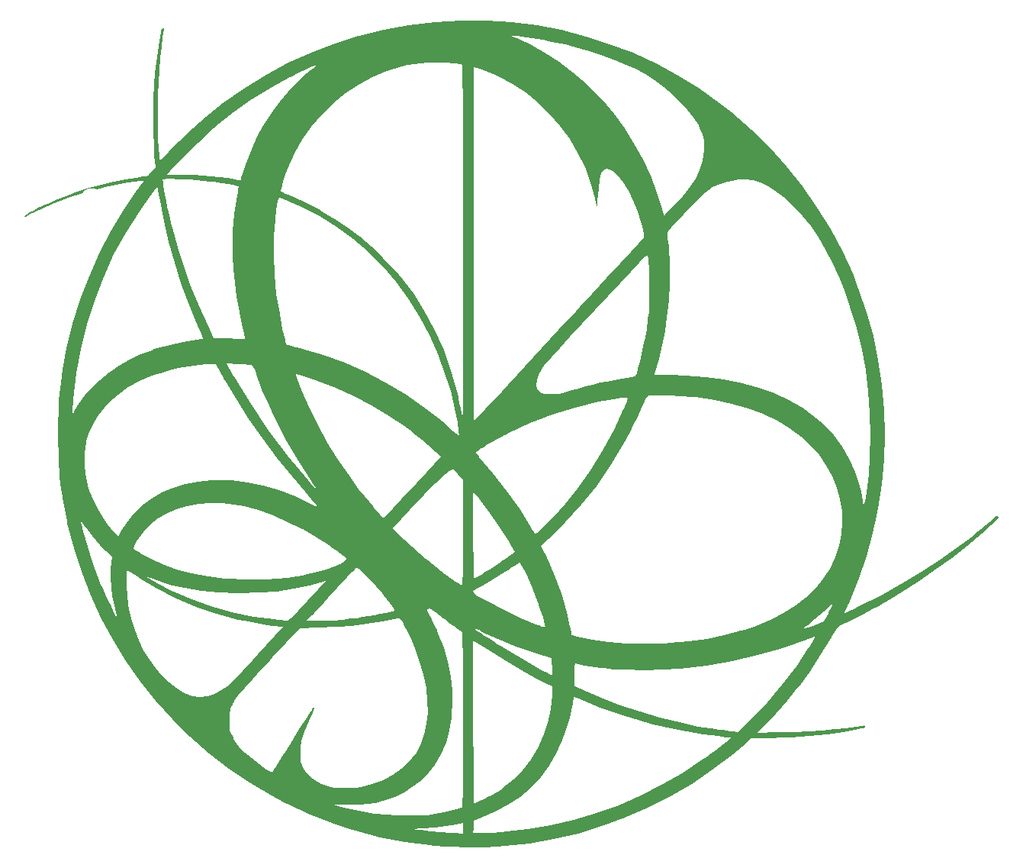
<source format=gbr>
%TF.GenerationSoftware,KiCad,Pcbnew,8.0.4*%
%TF.CreationDate,2024-11-04T11:06:48+01:00*%
%TF.ProjectId,Whiplaesh_bottom,57686970-6c61-4657-9368-5f626f74746f,0.1*%
%TF.SameCoordinates,Original*%
%TF.FileFunction,Legend,Bot*%
%TF.FilePolarity,Positive*%
%FSLAX46Y46*%
G04 Gerber Fmt 4.6, Leading zero omitted, Abs format (unit mm)*
G04 Created by KiCad (PCBNEW 8.0.4) date 2024-11-04 11:06:48*
%MOMM*%
%LPD*%
G01*
G04 APERTURE LIST*
%ADD10C,0.000000*%
%ADD11C,2.300000*%
G04 APERTURE END LIST*
D10*
%TO.C,G\u002A\u002A\u002A*%
G36*
X119179979Y-48850663D02*
G01*
X121081451Y-50958762D01*
X122847062Y-53175504D01*
X124472486Y-55495320D01*
X125953397Y-57912639D01*
X127285470Y-60421892D01*
X128464379Y-63017507D01*
X129044296Y-64480138D01*
X129934497Y-67093015D01*
X130662026Y-69755015D01*
X131227024Y-72455913D01*
X131629628Y-75185486D01*
X131869980Y-77933513D01*
X131948218Y-80689770D01*
X131944428Y-80814441D01*
X131864482Y-83444034D01*
X131618911Y-86186082D01*
X131211645Y-88905691D01*
X130876463Y-90488994D01*
X130642824Y-91592639D01*
X129912587Y-94236702D01*
X129021074Y-96827658D01*
X127968423Y-99355283D01*
X127909335Y-99485805D01*
X127899456Y-99507626D01*
X127727621Y-99893478D01*
X127593212Y-100204578D01*
X127508453Y-100412260D01*
X127485563Y-100487858D01*
X127551443Y-100461437D01*
X127754961Y-100371191D01*
X128069792Y-100228364D01*
X128469553Y-100044937D01*
X128927860Y-99832892D01*
X129267135Y-99673841D01*
X131513808Y-98549197D01*
X133785097Y-97293194D01*
X136038354Y-95931436D01*
X138230933Y-94489527D01*
X140320187Y-92993072D01*
X140362456Y-92961382D01*
X140920811Y-92536519D01*
X141497960Y-92087062D01*
X142071016Y-91631732D01*
X142617094Y-91189252D01*
X143113307Y-90778344D01*
X143536770Y-90417730D01*
X143864596Y-90126133D01*
X144073901Y-89922275D01*
X144260175Y-89752718D01*
X144430529Y-89698925D01*
X144585259Y-89788197D01*
X144597520Y-89817058D01*
X144552407Y-89926687D01*
X144401492Y-90111626D01*
X144134228Y-90383947D01*
X143740067Y-90755726D01*
X142719877Y-91670591D01*
X141107553Y-93027179D01*
X139387016Y-94380333D01*
X137595985Y-95702483D01*
X135772179Y-96966061D01*
X133953316Y-98143498D01*
X132177115Y-99207225D01*
X131776925Y-99432061D01*
X131268119Y-99710097D01*
X130699369Y-100014845D01*
X130094639Y-100333990D01*
X129477892Y-100655213D01*
X128873091Y-100966199D01*
X128304201Y-101254631D01*
X127795184Y-101508193D01*
X127370004Y-101714566D01*
X127052625Y-101861436D01*
X126867010Y-101936485D01*
X126850122Y-101943652D01*
X126712524Y-102070509D01*
X126533997Y-102313321D01*
X126343283Y-102633820D01*
X126061075Y-103144346D01*
X126013904Y-103224156D01*
X125311582Y-104412430D01*
X124469261Y-105731584D01*
X123563399Y-107056859D01*
X122623284Y-108343305D01*
X122317556Y-108743924D01*
X121725165Y-109497430D01*
X121136314Y-110211917D01*
X120517280Y-110926801D01*
X119834340Y-111681498D01*
X119053771Y-112515425D01*
X117845370Y-113790030D01*
X120055145Y-113727839D01*
X120063021Y-113727618D01*
X121874512Y-113666349D01*
X123524106Y-113588807D01*
X125026195Y-113493948D01*
X126395170Y-113380730D01*
X127645421Y-113248110D01*
X128791340Y-113095047D01*
X128903954Y-113078223D01*
X129287137Y-113021000D01*
X129532457Y-112987891D01*
X129670324Y-112979034D01*
X129731149Y-112994568D01*
X129745343Y-113034629D01*
X129743317Y-113099356D01*
X129740880Y-113159776D01*
X129721191Y-113232451D01*
X129718353Y-113232788D01*
X129606993Y-113253012D01*
X129359974Y-113299929D01*
X129010756Y-113367142D01*
X128592794Y-113448251D01*
X127356324Y-113667718D01*
X125525688Y-113926119D01*
X123586287Y-114129124D01*
X121573656Y-114273180D01*
X120298590Y-114323899D01*
X119523328Y-114354737D01*
X117135743Y-114411745D01*
X116116011Y-115294005D01*
X115082025Y-116162012D01*
X112863533Y-117858745D01*
X110550088Y-119415125D01*
X108151360Y-120827098D01*
X105677022Y-122090612D01*
X103136744Y-123201615D01*
X100540199Y-124156054D01*
X97897059Y-124949877D01*
X95216994Y-125579030D01*
X92509678Y-126039462D01*
X89784780Y-126327120D01*
X89614173Y-126339611D01*
X89109117Y-126376585D01*
X88643794Y-126410643D01*
X88263804Y-126438448D01*
X88014745Y-126456664D01*
X87674025Y-126471227D01*
X87177789Y-126476961D01*
X86568605Y-126474013D01*
X85878954Y-126463285D01*
X85141313Y-126445679D01*
X84388163Y-126422098D01*
X83651982Y-126393442D01*
X82965250Y-126360614D01*
X82360446Y-126324515D01*
X81870049Y-126286048D01*
X81492780Y-126249435D01*
X78678816Y-125881106D01*
X75928322Y-125349494D01*
X73232522Y-124652073D01*
X72552900Y-124430030D01*
X79430076Y-124430030D01*
X80226592Y-124537894D01*
X80468815Y-124568845D01*
X80974874Y-124626687D01*
X81526440Y-124683302D01*
X82040878Y-124729943D01*
X82313206Y-124751739D01*
X82914855Y-124796557D01*
X83542839Y-124839907D01*
X84098543Y-124874845D01*
X85138439Y-124935561D01*
X85138439Y-124914338D01*
X86281803Y-124914338D01*
X87192525Y-124900175D01*
X87439265Y-124895514D01*
X87848025Y-124884374D01*
X88191168Y-124870940D01*
X88413003Y-124857175D01*
X88445530Y-124854226D01*
X88682085Y-124834238D01*
X89042274Y-124805075D01*
X89483153Y-124770180D01*
X89961784Y-124732996D01*
X92338025Y-124475471D01*
X94885054Y-124038915D01*
X97429304Y-123441718D01*
X99952088Y-122690677D01*
X102434723Y-121792588D01*
X104858523Y-120754249D01*
X107204803Y-119582456D01*
X109454879Y-118284006D01*
X111590065Y-116865694D01*
X111827525Y-116694683D01*
X112244314Y-116387996D01*
X112690813Y-116053038D01*
X113145564Y-115706561D01*
X113587112Y-115365317D01*
X113993998Y-115046057D01*
X114344766Y-114765534D01*
X114617959Y-114540499D01*
X114792120Y-114387703D01*
X114845793Y-114323899D01*
X114820407Y-114317179D01*
X114652848Y-114292213D01*
X114355764Y-114255222D01*
X113960374Y-114209996D01*
X113497898Y-114160324D01*
X111844854Y-113960427D01*
X109015187Y-113487723D01*
X106204126Y-112850695D01*
X103401286Y-112046545D01*
X100596286Y-111072477D01*
X97778742Y-109925694D01*
X97453540Y-109783747D01*
X97404782Y-110025524D01*
X97368068Y-110224139D01*
X97314377Y-110536534D01*
X97256922Y-110886812D01*
X97014733Y-112074214D01*
X96613180Y-113454914D01*
X96096315Y-114816205D01*
X95483101Y-116108861D01*
X94792505Y-117283658D01*
X94724923Y-117385588D01*
X93756342Y-118682871D01*
X92674513Y-119845408D01*
X91477399Y-120874775D01*
X90162963Y-121772548D01*
X88729169Y-122540304D01*
X87173979Y-123179619D01*
X86333212Y-123478995D01*
X86307508Y-124196667D01*
X86301617Y-124361141D01*
X86281803Y-124914338D01*
X85138439Y-124914338D01*
X85138439Y-124361141D01*
X85138439Y-123786721D01*
X84364048Y-123943698D01*
X83296656Y-124130800D01*
X82041119Y-124280491D01*
X80669101Y-124373251D01*
X79430076Y-124430030D01*
X72552900Y-124430030D01*
X70582641Y-123786316D01*
X67969902Y-122749697D01*
X65850871Y-121757562D01*
X70845407Y-121757562D01*
X71597672Y-121964568D01*
X71960431Y-122060343D01*
X72746119Y-122248449D01*
X73609783Y-122434750D01*
X74487350Y-122605744D01*
X75314745Y-122747927D01*
X75382933Y-122757859D01*
X75764686Y-122797903D01*
X76278361Y-122835057D01*
X76889676Y-122868343D01*
X77564349Y-122896783D01*
X78268098Y-122919398D01*
X78966641Y-122935210D01*
X79625695Y-122943241D01*
X80210979Y-122942511D01*
X80688211Y-122932043D01*
X81023108Y-122910857D01*
X81163340Y-122895134D01*
X82048467Y-122767151D01*
X83022245Y-122584424D01*
X84021626Y-122359765D01*
X84983561Y-122105987D01*
X84986353Y-122105119D01*
X85010319Y-122089322D01*
X85031634Y-122052480D01*
X85050453Y-121984846D01*
X85066930Y-121876672D01*
X85081221Y-121718211D01*
X85093479Y-121499716D01*
X85103860Y-121211439D01*
X85112518Y-120843633D01*
X85119608Y-120386550D01*
X85125285Y-119830443D01*
X85129703Y-119165565D01*
X85133017Y-118382168D01*
X85135381Y-117470504D01*
X85136951Y-116420826D01*
X85137881Y-115223388D01*
X85138325Y-113868441D01*
X85138422Y-112571620D01*
X86288961Y-112571620D01*
X86289384Y-113527727D01*
X86291171Y-114740513D01*
X86294269Y-115893350D01*
X86298578Y-116974532D01*
X86304001Y-117972354D01*
X86310439Y-118875111D01*
X86317796Y-119671097D01*
X86325972Y-120348606D01*
X86334869Y-120895934D01*
X86344390Y-121301375D01*
X86354437Y-121553223D01*
X86364911Y-121639774D01*
X86455498Y-121613598D01*
X86683574Y-121514376D01*
X87009524Y-121356597D01*
X87402242Y-121156692D01*
X87830626Y-120931093D01*
X88263569Y-120696234D01*
X88669969Y-120468546D01*
X89018719Y-120264462D01*
X89278717Y-120100415D01*
X89566277Y-119900626D01*
X90725908Y-118965262D01*
X91757507Y-117911992D01*
X92656865Y-116748549D01*
X93419773Y-115482663D01*
X94042023Y-114122066D01*
X94519405Y-112674489D01*
X94847710Y-111147663D01*
X95022730Y-109549319D01*
X95075926Y-108654335D01*
X94156137Y-108187838D01*
X93313123Y-107750573D01*
X91466634Y-106730598D01*
X89539592Y-105585443D01*
X87550111Y-104325701D01*
X86288961Y-103503465D01*
X86288961Y-112346238D01*
X86288961Y-112571620D01*
X85138422Y-112571620D01*
X85138439Y-112346238D01*
X85138170Y-110997591D01*
X85137110Y-109562037D01*
X85135154Y-108288223D01*
X85132210Y-107167886D01*
X85128185Y-106192762D01*
X85122984Y-105354589D01*
X85116513Y-104645102D01*
X85108680Y-104056041D01*
X85099390Y-103579140D01*
X85088549Y-103206137D01*
X85076065Y-102928769D01*
X85061843Y-102738773D01*
X85045790Y-102627886D01*
X85027812Y-102587845D01*
X84982819Y-102561104D01*
X84807741Y-102440525D01*
X84525453Y-102238103D01*
X84377232Y-102129902D01*
X86288961Y-102129902D01*
X86328006Y-102167905D01*
X86494114Y-102291193D01*
X86769522Y-102483130D01*
X87131256Y-102728432D01*
X87556345Y-103011811D01*
X88021814Y-103317984D01*
X88504690Y-103631663D01*
X88982001Y-103937562D01*
X89430773Y-104220397D01*
X90557805Y-104909411D01*
X91723859Y-105595898D01*
X92858696Y-106238579D01*
X93907478Y-106805784D01*
X94058155Y-106884711D01*
X94443300Y-107084008D01*
X94760609Y-107244688D01*
X94980585Y-107351950D01*
X95073732Y-107390994D01*
X95085685Y-107379290D01*
X95090715Y-107329644D01*
X97528683Y-107329644D01*
X97528683Y-108607749D01*
X97633337Y-108654335D01*
X98524327Y-109050955D01*
X100449425Y-109866589D01*
X102624686Y-110695591D01*
X104820715Y-111439680D01*
X107008773Y-112090368D01*
X109160123Y-112639165D01*
X111246025Y-113077583D01*
X113237742Y-113397133D01*
X113397563Y-113418217D01*
X113916374Y-113484596D01*
X114406655Y-113544515D01*
X114819466Y-113592096D01*
X115105862Y-113621462D01*
X115646457Y-113669282D01*
X116835984Y-112530672D01*
X117175581Y-112201662D01*
X118908435Y-110396686D01*
X120564710Y-108459237D01*
X122117889Y-106421797D01*
X123541455Y-104316849D01*
X123684944Y-104090826D01*
X123942803Y-103681210D01*
X124110463Y-103397906D01*
X124189992Y-103224156D01*
X124183455Y-103143201D01*
X124092918Y-103138279D01*
X123920448Y-103192633D01*
X123668110Y-103289502D01*
X123289376Y-103433866D01*
X120607673Y-104358311D01*
X117835688Y-105149593D01*
X115004063Y-105800548D01*
X112143443Y-106304009D01*
X109284471Y-106652812D01*
X108659115Y-106702822D01*
X107765809Y-106751792D01*
X106789762Y-106785070D01*
X105767981Y-106802649D01*
X104737471Y-106804518D01*
X103735238Y-106790669D01*
X102798288Y-106761094D01*
X101963628Y-106715783D01*
X101268263Y-106654728D01*
X101023865Y-106626323D01*
X100456542Y-106554629D01*
X99863240Y-106473105D01*
X99277574Y-106386951D01*
X98733159Y-106301369D01*
X98263609Y-106221560D01*
X97902538Y-106152725D01*
X97683561Y-106100065D01*
X97680154Y-106099018D01*
X97620537Y-106094532D01*
X97578936Y-106140008D01*
X97552150Y-106260850D01*
X97536979Y-106482467D01*
X97530223Y-106830263D01*
X97528932Y-107248878D01*
X97528683Y-107329644D01*
X95090715Y-107329644D01*
X95098899Y-107248878D01*
X95088919Y-106967468D01*
X95055327Y-106526956D01*
X94997702Y-105919240D01*
X94952057Y-105465257D01*
X94094203Y-105222773D01*
X93844144Y-105150815D01*
X92362664Y-104677735D01*
X90804097Y-104106203D01*
X89214171Y-103453816D01*
X87638613Y-102738176D01*
X87287406Y-102571768D01*
X86889469Y-102386660D01*
X86573135Y-102243525D01*
X86364325Y-102154045D01*
X86288961Y-102129902D01*
X84377232Y-102129902D01*
X84157166Y-101969255D01*
X83724092Y-101649394D01*
X83247441Y-101293936D01*
X82948665Y-101070252D01*
X82502489Y-100736808D01*
X82116304Y-100448923D01*
X81810506Y-100221768D01*
X81605492Y-100070511D01*
X81521657Y-100010324D01*
X81442977Y-100006343D01*
X81268827Y-100052023D01*
X81181022Y-100090586D01*
X81139352Y-100147540D01*
X81146821Y-100182508D01*
X81162031Y-100253717D01*
X81257177Y-100443768D01*
X81432910Y-100752342D01*
X81570640Y-101003258D01*
X81789097Y-101430016D01*
X82020555Y-101907334D01*
X82233371Y-102371216D01*
X82391360Y-102736902D01*
X82992420Y-104335521D01*
X83452026Y-105934825D01*
X83770324Y-107522722D01*
X83947458Y-109087126D01*
X83983574Y-110615946D01*
X83919700Y-111519052D01*
X83878817Y-112097094D01*
X83633332Y-113518481D01*
X83247266Y-114868019D01*
X82720762Y-116133617D01*
X82053966Y-117303189D01*
X81700936Y-117786016D01*
X81060613Y-118501097D01*
X80312477Y-119191526D01*
X79496200Y-119824662D01*
X78651457Y-120367861D01*
X77817922Y-120788483D01*
X77029160Y-121101992D01*
X76223691Y-121361369D01*
X75418285Y-121548864D01*
X74591688Y-121669275D01*
X74569817Y-121672461D01*
X73635160Y-121740145D01*
X72571191Y-121759899D01*
X70845407Y-121757562D01*
X65850871Y-121757562D01*
X65719159Y-121695894D01*
X70639808Y-121695894D01*
X70712655Y-121728276D01*
X70759507Y-121721889D01*
X70771656Y-121669275D01*
X70758684Y-121658683D01*
X70653654Y-121669275D01*
X70639808Y-121695894D01*
X65719159Y-121695894D01*
X65385532Y-121539689D01*
X63893563Y-120752419D01*
X61475856Y-119320290D01*
X59162033Y-117750682D01*
X56956890Y-116050146D01*
X54865218Y-114225235D01*
X54184030Y-113554635D01*
X59251679Y-113554635D01*
X59627162Y-114312678D01*
X59691164Y-114439885D01*
X59858966Y-114745022D01*
X60037304Y-115011766D01*
X60256904Y-115278788D01*
X60548494Y-115584757D01*
X60942803Y-115968343D01*
X61270070Y-116266979D01*
X61677205Y-116611932D01*
X62111171Y-116958018D01*
X62548829Y-117288746D01*
X62967040Y-117587625D01*
X63342663Y-117838163D01*
X63652559Y-118023869D01*
X63873589Y-118128250D01*
X63982614Y-118134816D01*
X64040221Y-118051196D01*
X64183240Y-117831785D01*
X64401625Y-117492084D01*
X64685797Y-117047126D01*
X65026177Y-116511944D01*
X65413187Y-115901570D01*
X65837248Y-115231039D01*
X66288782Y-114515384D01*
X66729390Y-113816609D01*
X67151310Y-113148201D01*
X67535179Y-112540808D01*
X67871623Y-112009227D01*
X68151268Y-111568256D01*
X68364740Y-111232690D01*
X68502667Y-111017327D01*
X68555673Y-110936963D01*
X68578250Y-110928830D01*
X68677363Y-110984413D01*
X68676099Y-111093839D01*
X68588543Y-111349130D01*
X68416159Y-111741033D01*
X68162075Y-112261788D01*
X67950514Y-112692484D01*
X67623999Y-113431760D01*
X67389973Y-114096454D01*
X67236985Y-114728679D01*
X67153589Y-115370545D01*
X67128334Y-116064164D01*
X67128390Y-116139141D01*
X67133565Y-116575852D01*
X67152583Y-116891235D01*
X67193094Y-117133951D01*
X67262752Y-117352665D01*
X67369207Y-117596038D01*
X67620804Y-118030343D01*
X68102627Y-118587838D01*
X68713874Y-119070841D01*
X69429858Y-119460833D01*
X70225895Y-119739293D01*
X70434223Y-119784910D01*
X70931448Y-119854712D01*
X71513396Y-119900728D01*
X72120426Y-119920317D01*
X72692895Y-119910839D01*
X73171161Y-119869655D01*
X73794471Y-119765624D01*
X75060703Y-119447658D01*
X76242389Y-119003465D01*
X77325630Y-118440852D01*
X78296530Y-117767625D01*
X79141189Y-116991592D01*
X79845708Y-116120558D01*
X79961671Y-115945980D01*
X80474439Y-114987393D01*
X80854862Y-113923337D01*
X81102966Y-112763870D01*
X81218777Y-111519052D01*
X81202323Y-110198943D01*
X81053630Y-108813602D01*
X80772725Y-107373088D01*
X80359636Y-105887462D01*
X79814387Y-104366782D01*
X79770245Y-104257933D01*
X79586870Y-103832551D01*
X79367378Y-103353975D01*
X79127246Y-102852890D01*
X78881950Y-102359981D01*
X78646966Y-101905933D01*
X78437770Y-101521432D01*
X78269836Y-101237163D01*
X78158642Y-101083810D01*
X78090765Y-101066161D01*
X77860941Y-101078714D01*
X77493042Y-101134412D01*
X77006333Y-101230796D01*
X76194352Y-101396875D01*
X74499628Y-101687682D01*
X72778595Y-101904756D01*
X71187420Y-102036638D01*
X70984231Y-102053479D01*
X69069515Y-102139233D01*
X67009961Y-102197239D01*
X64015838Y-105423402D01*
X63751709Y-105708001D01*
X62988029Y-106531117D01*
X62332658Y-107238483D01*
X61776409Y-107840756D01*
X61310093Y-108348591D01*
X60924523Y-108772643D01*
X60610511Y-109123569D01*
X60358868Y-109412023D01*
X60160406Y-109648660D01*
X60005938Y-109844137D01*
X59886275Y-110009109D01*
X59792229Y-110154232D01*
X59714611Y-110290160D01*
X59644235Y-110427550D01*
X59571912Y-110577056D01*
X59544768Y-110633678D01*
X59423022Y-110896404D01*
X59340984Y-111111829D01*
X59290785Y-111324813D01*
X59264556Y-111580216D01*
X59254426Y-111922901D01*
X59252527Y-112397727D01*
X59251679Y-113554635D01*
X54184030Y-113554635D01*
X52891812Y-112282502D01*
X51041464Y-110228498D01*
X49318967Y-108069778D01*
X47729115Y-105812892D01*
X46276701Y-103464394D01*
X44966518Y-101030836D01*
X43803359Y-98518770D01*
X42792018Y-95934749D01*
X41937287Y-93285326D01*
X41243960Y-90577053D01*
X41183367Y-90259728D01*
X42746104Y-90259728D01*
X42746298Y-90262810D01*
X42770348Y-90381717D01*
X42828835Y-90634040D01*
X42913502Y-90984916D01*
X43016089Y-91399480D01*
X43240476Y-92257656D01*
X44021456Y-94805057D01*
X44974359Y-97348985D01*
X45018678Y-97455599D01*
X45165016Y-97792543D01*
X45346941Y-98196188D01*
X45553475Y-98643794D01*
X45773642Y-99112618D01*
X45996465Y-99579921D01*
X46210967Y-100022961D01*
X46406171Y-100418998D01*
X46571100Y-100745289D01*
X46694777Y-100979096D01*
X46766226Y-101097675D01*
X46774469Y-101078288D01*
X46679151Y-100726589D01*
X46433172Y-99667254D01*
X46241769Y-98598577D01*
X46108687Y-97554647D01*
X46048524Y-96720072D01*
X47801657Y-96720072D01*
X47807924Y-97205726D01*
X47827713Y-97742862D01*
X47859340Y-98293524D01*
X47901119Y-98819754D01*
X47951367Y-99283595D01*
X48008399Y-99647091D01*
X48173823Y-100416495D01*
X48351727Y-101078288D01*
X48577807Y-101919292D01*
X49058188Y-103270211D01*
X49613429Y-104464640D01*
X49717114Y-104656145D01*
X50331815Y-105667047D01*
X51014835Y-106604494D01*
X51749126Y-107451778D01*
X52517641Y-108192187D01*
X53303331Y-108809012D01*
X54089146Y-109285544D01*
X54858040Y-109605072D01*
X55189460Y-109690206D01*
X55964665Y-109764473D01*
X56764181Y-109683818D01*
X57560192Y-109455071D01*
X58324880Y-109085062D01*
X59030425Y-108580623D01*
X59158947Y-108461097D01*
X59409157Y-108212417D01*
X59752485Y-107861423D01*
X60174469Y-107423231D01*
X60660649Y-106912956D01*
X61196564Y-106345713D01*
X61767753Y-105736615D01*
X62359755Y-105100778D01*
X65202326Y-102036638D01*
X63997037Y-101890177D01*
X62577489Y-101690705D01*
X60940278Y-101372875D01*
X67753387Y-101372875D01*
X69210896Y-101359615D01*
X69530207Y-101356053D01*
X70018107Y-101348037D01*
X70439172Y-101338044D01*
X70756680Y-101327006D01*
X70933909Y-101315857D01*
X71066276Y-101301459D01*
X71361990Y-101270796D01*
X71747404Y-101231791D01*
X72172933Y-101189500D01*
X72194912Y-101187320D01*
X72737240Y-101125635D01*
X73349853Y-101043348D01*
X74005448Y-100945365D01*
X74676723Y-100836589D01*
X75336378Y-100721924D01*
X75957109Y-100606272D01*
X76511615Y-100494538D01*
X76972595Y-100391624D01*
X77312745Y-100302436D01*
X77504766Y-100231875D01*
X77517241Y-100182508D01*
X77445331Y-100011865D01*
X77277748Y-99741456D01*
X77028923Y-99389600D01*
X76713288Y-98974612D01*
X76345277Y-98514810D01*
X75970856Y-98066284D01*
X86292925Y-98066284D01*
X86317295Y-98209469D01*
X86478258Y-98379709D01*
X86783588Y-98593282D01*
X87241055Y-98866465D01*
X87768171Y-99164982D01*
X89687064Y-100174944D01*
X91606907Y-101068261D01*
X93485765Y-101825064D01*
X93594146Y-101864796D01*
X93905885Y-101975048D01*
X94140317Y-102051979D01*
X94253336Y-102080889D01*
X94272160Y-102014583D01*
X94236073Y-101795529D01*
X94143923Y-101436127D01*
X93999406Y-100949503D01*
X93806217Y-100348783D01*
X93568052Y-99647091D01*
X93518485Y-99505513D01*
X93285071Y-98867524D01*
X93031965Y-98215499D01*
X92768290Y-97569400D01*
X92503173Y-96949190D01*
X92245740Y-96374831D01*
X92005115Y-95866285D01*
X91790425Y-95443515D01*
X91610793Y-95126485D01*
X91475347Y-94935155D01*
X91393212Y-94889489D01*
X91351568Y-94916771D01*
X91176365Y-95032557D01*
X90897123Y-95217616D01*
X90541909Y-95453341D01*
X90138787Y-95721127D01*
X89839786Y-95917600D01*
X89157456Y-96351667D01*
X88464492Y-96775184D01*
X87799649Y-97165193D01*
X87201682Y-97498734D01*
X86709345Y-97752847D01*
X86622880Y-97795969D01*
X86397377Y-97933877D01*
X86292925Y-98066284D01*
X75970856Y-98066284D01*
X75939322Y-98028509D01*
X75509855Y-97534026D01*
X75071310Y-97049678D01*
X74638118Y-96593781D01*
X74546306Y-96500058D01*
X74174352Y-96124982D01*
X73849641Y-95804766D01*
X73591070Y-95557559D01*
X73417535Y-95401507D01*
X73347932Y-95354757D01*
X73279377Y-95431846D01*
X73102573Y-95625685D01*
X72834997Y-95917038D01*
X72492311Y-96288994D01*
X72090180Y-96724642D01*
X71883924Y-96947788D01*
X71644264Y-97207073D01*
X71170228Y-97719376D01*
X70683733Y-98244641D01*
X70200442Y-98765959D01*
X69736019Y-99266418D01*
X69306125Y-99729109D01*
X68926424Y-100137122D01*
X68612578Y-100473547D01*
X68380250Y-100721473D01*
X68245103Y-100863990D01*
X67753387Y-101372875D01*
X60940278Y-101372875D01*
X60145791Y-101218642D01*
X57787580Y-100592064D01*
X55508771Y-99813092D01*
X53315281Y-98883851D01*
X51213026Y-97806462D01*
X49207921Y-96583049D01*
X49131796Y-96532584D01*
X50123445Y-96532584D01*
X50154881Y-96574649D01*
X50317518Y-96686966D01*
X50593686Y-96853140D01*
X50958364Y-97059592D01*
X51386526Y-97292737D01*
X51853151Y-97538996D01*
X52333214Y-97784786D01*
X52801692Y-98016526D01*
X53233561Y-98220633D01*
X54858936Y-98914578D01*
X57145029Y-99729178D01*
X59486702Y-100384099D01*
X61862765Y-100873626D01*
X64252028Y-101192044D01*
X64613434Y-101227426D01*
X65020957Y-101268384D01*
X65349681Y-101302584D01*
X65550898Y-101325037D01*
X65596406Y-101328953D01*
X65677986Y-101321726D01*
X65770915Y-101285399D01*
X65888750Y-101207320D01*
X66045046Y-101074842D01*
X66253362Y-100875313D01*
X66527253Y-100596085D01*
X66880277Y-100224508D01*
X67325990Y-99747932D01*
X67877949Y-99153708D01*
X68256891Y-98744410D01*
X68705943Y-98257343D01*
X69101944Y-97825520D01*
X69431377Y-97463796D01*
X69680724Y-97187029D01*
X69836468Y-97010074D01*
X69885091Y-96947788D01*
X69791158Y-96970828D01*
X69574599Y-97033284D01*
X69283824Y-97121337D01*
X68170552Y-97431917D01*
X66397313Y-97808515D01*
X64502510Y-98079350D01*
X62499640Y-98242636D01*
X60402202Y-98296587D01*
X60098459Y-98295297D01*
X58021775Y-98222635D01*
X56074928Y-98037836D01*
X54250763Y-97739767D01*
X52542128Y-97327298D01*
X50941868Y-96799295D01*
X50739282Y-96724049D01*
X50431855Y-96616235D01*
X50214033Y-96548326D01*
X50123445Y-96532584D01*
X49131796Y-96532584D01*
X47923456Y-95731551D01*
X47846907Y-96007788D01*
X47836424Y-96055039D01*
X47810596Y-96323858D01*
X47801657Y-96720072D01*
X46048524Y-96720072D01*
X46037673Y-96569555D01*
X46032473Y-95677392D01*
X46096835Y-94912248D01*
X46193371Y-94248485D01*
X45492999Y-93604275D01*
X45181360Y-93296507D01*
X48587219Y-93296507D01*
X48645823Y-93381204D01*
X48841014Y-93537593D01*
X49149798Y-93743293D01*
X49547999Y-93983156D01*
X50011437Y-94242037D01*
X50515935Y-94504788D01*
X51790397Y-95077331D01*
X53356170Y-95627215D01*
X55047926Y-96073013D01*
X56854548Y-96411844D01*
X58764920Y-96640830D01*
X59375997Y-96687629D01*
X60624272Y-96745119D01*
X61923222Y-96760175D01*
X63228064Y-96734034D01*
X64494011Y-96667934D01*
X65676277Y-96563112D01*
X66730076Y-96420804D01*
X67248407Y-96325612D01*
X67915082Y-96182268D01*
X68619016Y-96012746D01*
X69324990Y-95826773D01*
X69997786Y-95634077D01*
X70602185Y-95444388D01*
X71102969Y-95267432D01*
X71464920Y-95112939D01*
X71524254Y-95081239D01*
X71756514Y-94927460D01*
X71980932Y-94743699D01*
X72150244Y-94571467D01*
X72217184Y-94452271D01*
X72207256Y-94430508D01*
X72088553Y-94311503D01*
X71854122Y-94117837D01*
X71527237Y-93866286D01*
X71131177Y-93573632D01*
X70689216Y-93256654D01*
X70224631Y-92932131D01*
X69760699Y-92616842D01*
X69320695Y-92327567D01*
X68927896Y-92081085D01*
X67384397Y-91201241D01*
X67090528Y-91055255D01*
X77348272Y-91055255D01*
X77858164Y-91577663D01*
X77924664Y-91645481D01*
X78633284Y-92338121D01*
X79452004Y-93092970D01*
X80345483Y-93880060D01*
X81021739Y-94452271D01*
X81278380Y-94669427D01*
X82215353Y-95431104D01*
X83121061Y-96135126D01*
X83960163Y-96751528D01*
X83981667Y-96766736D01*
X84336029Y-97009450D01*
X84645656Y-97207656D01*
X84877887Y-97341293D01*
X85000059Y-97390297D01*
X85016135Y-97386276D01*
X85041488Y-97354416D01*
X85063090Y-97280451D01*
X85081225Y-97152117D01*
X85096174Y-96957151D01*
X85108221Y-96683289D01*
X85117646Y-96318268D01*
X85124732Y-95849824D01*
X85129761Y-95265695D01*
X85133016Y-94553617D01*
X85134778Y-93701327D01*
X85135330Y-92696561D01*
X85134954Y-91527056D01*
X85132274Y-87019367D01*
X86288961Y-87019367D01*
X86288961Y-91850825D01*
X86289370Y-92386875D01*
X86290254Y-92696561D01*
X86291870Y-93262602D01*
X86296452Y-94073532D01*
X86302896Y-94803637D01*
X86310982Y-95436887D01*
X86320489Y-95957253D01*
X86331198Y-96348704D01*
X86342887Y-96595211D01*
X86355338Y-96680746D01*
X86376957Y-96676160D01*
X86537047Y-96600750D01*
X86812401Y-96444540D01*
X87179443Y-96222745D01*
X87614597Y-95950581D01*
X88094287Y-95643264D01*
X88594936Y-95316009D01*
X89092969Y-94984033D01*
X89564809Y-94662552D01*
X89986880Y-94366780D01*
X90335605Y-94111934D01*
X90886431Y-93696705D01*
X90477628Y-93009460D01*
X93816628Y-93009460D01*
X94148930Y-93696705D01*
X94263445Y-93933537D01*
X94723339Y-94922482D01*
X95480901Y-96746484D01*
X96129422Y-98579073D01*
X96656584Y-100384031D01*
X97025080Y-102014583D01*
X97050065Y-102125140D01*
X97085355Y-102308786D01*
X97148946Y-102628612D01*
X97196847Y-102854713D01*
X97220721Y-102946943D01*
X97221163Y-102947376D01*
X97316107Y-102975654D01*
X97548888Y-103031730D01*
X97885387Y-103107681D01*
X98291484Y-103195585D01*
X99465663Y-103419316D01*
X101318264Y-103680454D01*
X103237045Y-103846901D01*
X103870468Y-103882615D01*
X104443198Y-103907493D01*
X104971960Y-103919839D01*
X105500856Y-103919614D01*
X106073990Y-103906781D01*
X106735463Y-103881300D01*
X107529379Y-103843132D01*
X108091461Y-103810893D01*
X110198421Y-103622853D01*
X112217463Y-103335105D01*
X114140449Y-102950596D01*
X115959239Y-102472272D01*
X116435235Y-102313503D01*
X122757804Y-102313503D01*
X122772479Y-102334390D01*
X122928683Y-102283794D01*
X122938235Y-102280298D01*
X123089626Y-102224968D01*
X123366035Y-102124006D01*
X123731504Y-101990546D01*
X124150070Y-101837721D01*
X125238704Y-101440273D01*
X125683240Y-100554432D01*
X125737455Y-100446306D01*
X125968455Y-99979511D01*
X126114885Y-99661690D01*
X126173763Y-99485805D01*
X126142104Y-99444813D01*
X126016927Y-99531675D01*
X125795248Y-99739351D01*
X125474084Y-100060799D01*
X125168544Y-100357273D01*
X124695569Y-100785658D01*
X124206672Y-101200895D01*
X123769449Y-101544164D01*
X123750896Y-101557892D01*
X123406615Y-101813570D01*
X123113031Y-102033257D01*
X122900744Y-102193951D01*
X122800355Y-102272649D01*
X122757804Y-102313503D01*
X116435235Y-102313503D01*
X117665696Y-101903081D01*
X119251682Y-101245968D01*
X120709058Y-100503880D01*
X122029685Y-99679763D01*
X123205426Y-98776565D01*
X124228142Y-97797232D01*
X124237259Y-97787399D01*
X125131979Y-96698429D01*
X125868920Y-95542312D01*
X126448497Y-94331179D01*
X126871128Y-93077161D01*
X127137229Y-91792389D01*
X127247217Y-90488994D01*
X127201507Y-89179106D01*
X127000518Y-87874857D01*
X126644665Y-86588376D01*
X126134365Y-85331796D01*
X125470034Y-84117246D01*
X124652089Y-82956858D01*
X123680947Y-81862763D01*
X122692364Y-80952164D01*
X121411399Y-79985445D01*
X120003018Y-79132956D01*
X118465252Y-78393874D01*
X116796131Y-77767376D01*
X114993686Y-77252639D01*
X113055948Y-76848840D01*
X110980947Y-76555156D01*
X110858958Y-76542072D01*
X110319718Y-76493094D01*
X109704886Y-76448493D01*
X109045969Y-76409482D01*
X108374468Y-76377272D01*
X107721889Y-76353078D01*
X107119737Y-76338112D01*
X106599514Y-76333588D01*
X106192726Y-76340717D01*
X105930876Y-76360714D01*
X105762685Y-76388997D01*
X105619833Y-76440077D01*
X105515058Y-76544010D01*
X105441056Y-76685755D01*
X105413793Y-76737975D01*
X105281468Y-77059149D01*
X105087251Y-77520295D01*
X104790236Y-78178453D01*
X104442315Y-78912961D01*
X104064117Y-79681993D01*
X103676271Y-80443722D01*
X103299404Y-81156322D01*
X102954147Y-81777968D01*
X102934329Y-81812476D01*
X101487451Y-84168391D01*
X99928879Y-86398047D01*
X98263590Y-88495174D01*
X96496559Y-90453501D01*
X94632760Y-92266758D01*
X93816628Y-93009460D01*
X90477628Y-93009460D01*
X90287195Y-92689320D01*
X90201466Y-92546095D01*
X89567377Y-91530832D01*
X88860726Y-90465001D01*
X88118235Y-89401402D01*
X87376628Y-88392839D01*
X86672627Y-87492114D01*
X86288961Y-87019367D01*
X85132274Y-87019367D01*
X85131468Y-85663816D01*
X84578124Y-85057324D01*
X84024780Y-84450832D01*
X83408961Y-84954423D01*
X83204059Y-85123681D01*
X82638514Y-85609604D01*
X82061284Y-86135098D01*
X81452340Y-86719690D01*
X80791652Y-87382903D01*
X80059189Y-88144264D01*
X79234922Y-89023298D01*
X77348272Y-91055255D01*
X67090528Y-91055255D01*
X65719935Y-90374381D01*
X64056886Y-89670028D01*
X62422253Y-89099561D01*
X60843038Y-88674356D01*
X59771187Y-88471286D01*
X58394821Y-88324522D01*
X57048117Y-88306199D01*
X55745692Y-88412663D01*
X54502163Y-88640254D01*
X53332148Y-88985318D01*
X52250265Y-89444196D01*
X51271132Y-90013231D01*
X50409365Y-90688768D01*
X49679583Y-91467149D01*
X49652703Y-91501269D01*
X49419472Y-91819242D01*
X49178954Y-92179190D01*
X48953310Y-92544001D01*
X48764700Y-92876565D01*
X48635283Y-93139771D01*
X48587219Y-93296507D01*
X45181360Y-93296507D01*
X44833262Y-92952733D01*
X43961190Y-91947647D01*
X43200430Y-90896189D01*
X43082081Y-90716666D01*
X42909207Y-90463477D01*
X42790325Y-90301512D01*
X42746104Y-90259728D01*
X41183367Y-90259728D01*
X40716830Y-87816482D01*
X40677746Y-87568683D01*
X40559725Y-86787408D01*
X40463642Y-86080469D01*
X40387373Y-85416457D01*
X40328792Y-84763964D01*
X40285773Y-84091581D01*
X40263056Y-83535842D01*
X43141799Y-83535842D01*
X43157778Y-84257713D01*
X43210618Y-84930849D01*
X43300888Y-85503775D01*
X43610346Y-86664375D01*
X44075068Y-87914114D01*
X44651112Y-89091946D01*
X45319034Y-90153072D01*
X45412506Y-90281556D01*
X45729345Y-90696895D01*
X46064006Y-91112210D01*
X46357975Y-91454219D01*
X46872493Y-92023019D01*
X47240206Y-91353027D01*
X47796396Y-90462866D01*
X48599446Y-89472285D01*
X49532300Y-88585473D01*
X50583864Y-87807836D01*
X51743045Y-87144780D01*
X52998749Y-86601709D01*
X54339882Y-86184031D01*
X55755351Y-85897149D01*
X57234061Y-85746471D01*
X58764920Y-85737401D01*
X59514237Y-85784226D01*
X61215984Y-86003162D01*
X62959422Y-86376340D01*
X64724585Y-86898221D01*
X66491505Y-87563265D01*
X68240214Y-88365933D01*
X69150528Y-88822750D01*
X68891696Y-88512201D01*
X68805427Y-88410658D01*
X68595250Y-88168035D01*
X68310961Y-87843069D01*
X67978700Y-87465604D01*
X67624607Y-87065486D01*
X66150880Y-85349610D01*
X64488438Y-83279262D01*
X62889633Y-81143949D01*
X61379025Y-78977808D01*
X59981175Y-76814979D01*
X58720645Y-74689600D01*
X58688382Y-74632491D01*
X58446164Y-74203798D01*
X58217891Y-73799878D01*
X58027932Y-73463846D01*
X57900656Y-73238817D01*
X57680635Y-72850055D01*
X56740373Y-72907989D01*
X55822361Y-72988971D01*
X54708957Y-73138900D01*
X53596269Y-73337774D01*
X52569798Y-73571982D01*
X52109881Y-73696416D01*
X50611993Y-74185708D01*
X49252526Y-74770437D01*
X48019274Y-75457156D01*
X46900029Y-76252422D01*
X45882584Y-77162787D01*
X45382676Y-77689128D01*
X44688170Y-78549605D01*
X44131959Y-79437393D01*
X43691888Y-80389880D01*
X43345808Y-81444457D01*
X43309326Y-81592576D01*
X43218142Y-82151798D01*
X43162110Y-82816711D01*
X43141799Y-83535842D01*
X40263056Y-83535842D01*
X40256191Y-83367898D01*
X40237922Y-82561507D01*
X40228839Y-81640999D01*
X40226817Y-80574966D01*
X40227342Y-80203708D01*
X40232634Y-79200117D01*
X40245040Y-78339639D01*
X41786033Y-78339639D01*
X41788331Y-78453911D01*
X41789388Y-78456485D01*
X41842023Y-78423176D01*
X41944337Y-78262793D01*
X42075227Y-78008126D01*
X42477736Y-77278721D01*
X43116922Y-76386417D01*
X43900216Y-75508506D01*
X44809699Y-74658993D01*
X45827451Y-73851884D01*
X46935553Y-73101184D01*
X47375573Y-72847621D01*
X58935294Y-72847621D01*
X59616454Y-74034115D01*
X59813297Y-74374797D01*
X61623582Y-77323953D01*
X63592114Y-80220233D01*
X65704373Y-83043175D01*
X67945841Y-85772321D01*
X68221374Y-86091018D01*
X68525283Y-86438379D01*
X68775435Y-86719654D01*
X68951461Y-86911981D01*
X69032992Y-86992498D01*
X69029613Y-86972344D01*
X68949062Y-86836187D01*
X68791715Y-86593531D01*
X68572487Y-86267209D01*
X68306294Y-85880053D01*
X67681895Y-84949082D01*
X66933068Y-83755462D01*
X66183712Y-82483763D01*
X65447639Y-81161082D01*
X64738662Y-79814517D01*
X64070590Y-78471164D01*
X63457238Y-77158121D01*
X62912416Y-75902487D01*
X62449936Y-74731357D01*
X62180172Y-73951115D01*
X66567347Y-73951115D01*
X66726504Y-74408859D01*
X67291510Y-75908778D01*
X68108505Y-77780945D01*
X69053758Y-79682826D01*
X70111013Y-81586847D01*
X71264018Y-83465436D01*
X72496517Y-85291019D01*
X73759939Y-86992498D01*
X73792258Y-87036023D01*
X75134984Y-88672875D01*
X75265837Y-88822750D01*
X75328900Y-88894980D01*
X75642112Y-89248436D01*
X75932489Y-89571042D01*
X76347323Y-90026700D01*
X79348978Y-86795755D01*
X79435819Y-86702264D01*
X80028022Y-86063812D01*
X80585991Y-85460752D01*
X81097382Y-84906528D01*
X81549847Y-84414587D01*
X81931042Y-83998374D01*
X82228619Y-83671333D01*
X82430232Y-83446911D01*
X82523537Y-83338552D01*
X82696440Y-83112294D01*
X82258032Y-82718451D01*
X82141346Y-82615065D01*
X86605597Y-82615065D01*
X86622050Y-82721082D01*
X86746351Y-82922025D01*
X86899097Y-83112294D01*
X86960897Y-83189276D01*
X88471715Y-84982871D01*
X90011322Y-86966108D01*
X91389851Y-88923582D01*
X92613195Y-90863293D01*
X92802317Y-91173306D01*
X92988640Y-91460029D01*
X93128626Y-91654538D01*
X93201384Y-91726185D01*
X93215838Y-91721455D01*
X93339241Y-91627912D01*
X93558529Y-91429452D01*
X93854474Y-91145641D01*
X94207848Y-90796047D01*
X94599424Y-90400236D01*
X95009973Y-89977775D01*
X95420269Y-89548231D01*
X95811084Y-89131171D01*
X96163190Y-88746161D01*
X96457360Y-88412769D01*
X97855301Y-86685831D01*
X99330257Y-84619533D01*
X100682505Y-82452029D01*
X101895560Y-80209946D01*
X102952938Y-77919913D01*
X102976614Y-77863887D01*
X103177593Y-77386375D01*
X103315352Y-77046424D01*
X103394606Y-76820671D01*
X103420071Y-76685755D01*
X103396462Y-76618313D01*
X103328494Y-76594984D01*
X103220883Y-76592405D01*
X103217490Y-76592420D01*
X103030526Y-76607179D01*
X102713888Y-76645707D01*
X102310996Y-76702279D01*
X101865268Y-76771169D01*
X100188740Y-77077906D01*
X97607705Y-77694638D01*
X95086220Y-78476051D01*
X92630766Y-79420051D01*
X90247825Y-80524542D01*
X89969957Y-80666970D01*
X89562121Y-80882662D01*
X89465696Y-80933658D01*
X88932390Y-81224093D01*
X88396544Y-81523066D01*
X87884664Y-81815369D01*
X87423253Y-82085793D01*
X87038818Y-82319131D01*
X86757862Y-82500173D01*
X86606890Y-82613711D01*
X86605597Y-82615065D01*
X82141346Y-82615065D01*
X81949028Y-82444668D01*
X81292064Y-81881535D01*
X80586721Y-81297567D01*
X79877152Y-80728474D01*
X79207513Y-80209966D01*
X78621956Y-79777755D01*
X76942788Y-78647992D01*
X75027907Y-77504365D01*
X73045395Y-76459834D01*
X71028528Y-75530737D01*
X69010585Y-74733411D01*
X67024844Y-74084195D01*
X66567347Y-73951115D01*
X62180172Y-73951115D01*
X62083611Y-73671830D01*
X62012628Y-73465935D01*
X61907696Y-73215028D01*
X61822963Y-73070639D01*
X61815451Y-73063754D01*
X61674281Y-73011817D01*
X61385400Y-72968263D01*
X60939068Y-72931995D01*
X60325547Y-72901915D01*
X58935294Y-72847621D01*
X47375573Y-72847621D01*
X48116085Y-72420899D01*
X49351127Y-71825035D01*
X50622759Y-71327597D01*
X50889756Y-71238403D01*
X51546666Y-71038490D01*
X52265926Y-70841617D01*
X53014550Y-70655063D01*
X53759546Y-70486105D01*
X54467928Y-70342020D01*
X55106705Y-70230086D01*
X55642889Y-70157579D01*
X56043491Y-70131777D01*
X56210447Y-70110904D01*
X56286871Y-70055635D01*
X56273627Y-70006751D01*
X56200603Y-69820411D01*
X56078055Y-69536178D01*
X55922328Y-69192743D01*
X55491884Y-68233188D01*
X54639659Y-66142048D01*
X53847494Y-63937313D01*
X53127379Y-61658262D01*
X52491304Y-59344172D01*
X51951259Y-57034323D01*
X51519233Y-54767993D01*
X51459436Y-54418659D01*
X51379484Y-53974906D01*
X51309982Y-53615566D01*
X51256828Y-53370753D01*
X51225921Y-53270578D01*
X51194199Y-53287217D01*
X51071304Y-53416759D01*
X50875504Y-53652628D01*
X50625460Y-53972043D01*
X50339833Y-54352224D01*
X49216635Y-55946473D01*
X47736845Y-58304161D01*
X46416051Y-60738161D01*
X45255532Y-63245074D01*
X44256569Y-65821503D01*
X43420440Y-68464051D01*
X42748426Y-71169320D01*
X42241806Y-73933914D01*
X41901860Y-76754434D01*
X41860190Y-77237559D01*
X41823953Y-77701668D01*
X41798571Y-78078960D01*
X41786033Y-78339639D01*
X40245040Y-78339639D01*
X40245148Y-78332131D01*
X40266998Y-77568766D01*
X40300293Y-76879039D01*
X40347145Y-76231968D01*
X40409667Y-75596569D01*
X40489969Y-74941859D01*
X40590164Y-74236856D01*
X40712362Y-73450575D01*
X41153978Y-71092404D01*
X41820835Y-68387940D01*
X42648793Y-65728136D01*
X43632548Y-63125697D01*
X44766801Y-60593328D01*
X46046247Y-58143734D01*
X47465586Y-55789622D01*
X49019516Y-53543695D01*
X49047206Y-53506307D01*
X49342152Y-53108547D01*
X49541352Y-52832745D01*
X49651255Y-52658334D01*
X49678305Y-52564742D01*
X49628950Y-52531401D01*
X49509635Y-52537740D01*
X49326809Y-52563190D01*
X48013454Y-52757179D01*
X45752271Y-53188463D01*
X43578782Y-53729018D01*
X41509115Y-54374116D01*
X39559397Y-55119029D01*
X37745756Y-55959026D01*
X37571901Y-56047499D01*
X37178897Y-56247200D01*
X36854188Y-56411787D01*
X36627574Y-56526169D01*
X36528857Y-56575255D01*
X36498314Y-56574988D01*
X36462481Y-56479098D01*
X36513226Y-56402190D01*
X36709770Y-56255718D01*
X37035565Y-56062335D01*
X37470625Y-55831361D01*
X37994966Y-55572116D01*
X38588602Y-55293919D01*
X39231547Y-55006092D01*
X39903818Y-54717953D01*
X40585427Y-54438823D01*
X41256391Y-54178022D01*
X41896724Y-53944870D01*
X42341424Y-53792693D01*
X43667736Y-53374303D01*
X45023757Y-52995137D01*
X46363326Y-52666788D01*
X47640285Y-52400850D01*
X47723602Y-52387161D01*
X51817533Y-52387161D01*
X51843630Y-52696917D01*
X51849846Y-52760024D01*
X51896982Y-53097463D01*
X51976404Y-53565288D01*
X52081459Y-54130364D01*
X52205499Y-54759555D01*
X52341870Y-55419726D01*
X52483923Y-56077740D01*
X52625007Y-56700462D01*
X52758470Y-57254757D01*
X52872810Y-57704939D01*
X53485996Y-59919113D01*
X54174487Y-62083832D01*
X54952990Y-64240331D01*
X55836217Y-66429844D01*
X56838874Y-68693607D01*
X57461198Y-70043258D01*
X58808721Y-70043258D01*
X58999517Y-70043814D01*
X59504052Y-70050315D01*
X59697753Y-70055635D01*
X59964747Y-70062968D01*
X60337218Y-70080326D01*
X60577080Y-70100940D01*
X60717775Y-70119098D01*
X60898125Y-70128102D01*
X60962470Y-70089057D01*
X60950093Y-69990313D01*
X60823760Y-69510899D01*
X60658671Y-68801469D01*
X60488266Y-67991493D01*
X60320465Y-67122299D01*
X60163188Y-66235214D01*
X60024354Y-65371566D01*
X59911883Y-64572682D01*
X59687105Y-62382021D01*
X59612012Y-60750925D01*
X64113101Y-60750925D01*
X64212475Y-62874550D01*
X64438855Y-65076344D01*
X64791858Y-67343955D01*
X64800270Y-67390099D01*
X64896323Y-67888972D01*
X65006982Y-68423024D01*
X65125204Y-68962433D01*
X65243949Y-69477378D01*
X65356175Y-69938037D01*
X65395746Y-70089057D01*
X65454841Y-70314589D01*
X65532907Y-70577212D01*
X65583330Y-70696084D01*
X65659722Y-70731475D01*
X65885504Y-70805446D01*
X66229679Y-70905568D01*
X66662893Y-71023362D01*
X67155794Y-71150348D01*
X67308838Y-71189135D01*
X69659625Y-71877664D01*
X71994027Y-72732830D01*
X74293174Y-73744935D01*
X76538196Y-74904283D01*
X78710221Y-76201177D01*
X80790379Y-77625919D01*
X82759800Y-79168813D01*
X82846054Y-79241347D01*
X83257961Y-79592404D01*
X83695969Y-79971532D01*
X84078714Y-80308430D01*
X84722958Y-80882662D01*
X84658839Y-80219929D01*
X84542248Y-79320405D01*
X84345062Y-78243139D01*
X84081823Y-77078664D01*
X83761872Y-75862336D01*
X83394547Y-74629512D01*
X82989187Y-73415549D01*
X82555133Y-72255802D01*
X82420824Y-71922430D01*
X81428736Y-69708408D01*
X80310517Y-67611346D01*
X79069483Y-65634611D01*
X77708950Y-63781570D01*
X76232235Y-62055588D01*
X74642654Y-60460031D01*
X72943523Y-58998266D01*
X71138160Y-57673659D01*
X69229879Y-56489577D01*
X67221998Y-55449385D01*
X65117833Y-54556449D01*
X65019835Y-54517858D01*
X64875284Y-54463746D01*
X64771243Y-54451846D01*
X64695578Y-54504129D01*
X64636152Y-54642564D01*
X64580830Y-54889121D01*
X64517475Y-55265769D01*
X64433952Y-55794478D01*
X64296900Y-56787584D01*
X64141115Y-58717819D01*
X64113101Y-60750925D01*
X59612012Y-60750925D01*
X59588438Y-60238874D01*
X59622788Y-58174588D01*
X59790493Y-56169609D01*
X60091892Y-54204380D01*
X60157409Y-53837798D01*
X60186980Y-53647519D01*
X64922281Y-53647519D01*
X64928477Y-53759466D01*
X64961734Y-53781399D01*
X65135914Y-53865410D01*
X65414880Y-53983953D01*
X65756557Y-54118772D01*
X66540856Y-54438224D01*
X67442754Y-54844343D01*
X68338322Y-55283011D01*
X69150191Y-55717774D01*
X69527289Y-55937212D01*
X70194656Y-56346642D01*
X70931236Y-56818694D01*
X71694630Y-57325085D01*
X72442441Y-57837529D01*
X73132268Y-58327744D01*
X73721714Y-58767444D01*
X73848291Y-58866818D01*
X74378393Y-59310733D01*
X74983466Y-59852512D01*
X75633235Y-60462234D01*
X76297427Y-61109979D01*
X76945765Y-61765828D01*
X77547977Y-62399860D01*
X78073787Y-62982156D01*
X78492920Y-63482794D01*
X79641173Y-65037474D01*
X80865896Y-66961439D01*
X81961300Y-68991571D01*
X82920094Y-71112945D01*
X83734986Y-73310641D01*
X84398685Y-75569734D01*
X84415618Y-75636709D01*
X84522658Y-76089311D01*
X84644014Y-76641012D01*
X84766015Y-77228174D01*
X84874993Y-77787161D01*
X85123192Y-79114687D01*
X85130815Y-59410393D01*
X85131410Y-57693585D01*
X85131901Y-55589779D01*
X85132027Y-53651551D01*
X85131751Y-51872416D01*
X85131032Y-50245887D01*
X85130344Y-49395437D01*
X86304587Y-49395437D01*
X86304762Y-50931766D01*
X86305280Y-52547001D01*
X86305847Y-53651551D01*
X86306146Y-54233165D01*
X86307366Y-55982282D01*
X86308945Y-57786376D01*
X86310890Y-59637470D01*
X86333212Y-79262879D01*
X87222626Y-78303766D01*
X87334889Y-78182702D01*
X87977247Y-77489852D01*
X88684713Y-76726581D01*
X89449562Y-75901233D01*
X90140991Y-75154989D01*
X93261876Y-75154989D01*
X93326922Y-75567450D01*
X93525787Y-75890664D01*
X93859902Y-76113020D01*
X94173048Y-76190924D01*
X94615372Y-76225710D01*
X95133028Y-76215980D01*
X95677720Y-76162688D01*
X96201156Y-76066787D01*
X96326129Y-76036352D01*
X96708634Y-75937113D01*
X97189876Y-75806597D01*
X97720730Y-75658247D01*
X98252070Y-75505507D01*
X98721920Y-75370252D01*
X99534281Y-75148896D01*
X100295248Y-74961744D01*
X101061722Y-74796050D01*
X101890601Y-74639068D01*
X102838787Y-74478053D01*
X104299066Y-74240153D01*
X104384429Y-73983876D01*
X106407954Y-73983876D01*
X106418383Y-74029190D01*
X106478132Y-74062639D01*
X106608480Y-74086007D01*
X106830707Y-74101077D01*
X107166094Y-74109634D01*
X107635920Y-74113460D01*
X108261466Y-74114338D01*
X109874658Y-74146657D01*
X112047718Y-74298941D01*
X114124391Y-74574625D01*
X116098116Y-74972074D01*
X117962332Y-75489651D01*
X119710479Y-76125722D01*
X121335996Y-76878650D01*
X122832323Y-77746800D01*
X123947548Y-78536623D01*
X125176988Y-79595206D01*
X126268844Y-80759357D01*
X127218492Y-82022799D01*
X128021305Y-83379252D01*
X128672658Y-84822440D01*
X129167926Y-86346084D01*
X129200445Y-86471685D01*
X129319735Y-86981928D01*
X129429091Y-87516693D01*
X129508272Y-87978881D01*
X129542540Y-88207714D01*
X129583496Y-88438010D01*
X129620653Y-88555093D01*
X129658667Y-88548606D01*
X129702194Y-88408195D01*
X129755888Y-88123501D01*
X129824406Y-87684169D01*
X129912402Y-87079844D01*
X130001730Y-86445045D01*
X130091346Y-85757330D01*
X130161917Y-85131831D01*
X130216492Y-84528680D01*
X130258119Y-83908007D01*
X130289846Y-83229940D01*
X130314722Y-82454612D01*
X130335794Y-81542151D01*
X130345846Y-80814441D01*
X130302864Y-78318325D01*
X130133994Y-75911792D01*
X129834520Y-73563140D01*
X129399726Y-71240666D01*
X128824896Y-68912667D01*
X128105315Y-66547440D01*
X127547627Y-64947532D01*
X126867808Y-63212750D01*
X126154806Y-61625120D01*
X125399751Y-60168927D01*
X124593772Y-58828458D01*
X123728000Y-57587997D01*
X122793566Y-56431831D01*
X121781597Y-55344246D01*
X121585942Y-55150039D01*
X120682550Y-54320437D01*
X119821755Y-53649451D01*
X118989512Y-53130413D01*
X118171782Y-52756659D01*
X117354521Y-52521520D01*
X116523689Y-52418331D01*
X115665242Y-52440424D01*
X115457741Y-52461978D01*
X114507797Y-52624828D01*
X113656816Y-52893899D01*
X112857720Y-53287264D01*
X112063429Y-53822994D01*
X111995259Y-53877949D01*
X111751777Y-54096382D01*
X111417672Y-54415710D01*
X111013468Y-54814787D01*
X110559693Y-55272469D01*
X110076872Y-55767611D01*
X109585530Y-56279068D01*
X109106195Y-56785695D01*
X108659391Y-57266346D01*
X108265644Y-57699878D01*
X107945481Y-58065144D01*
X107888838Y-58138183D01*
X107846345Y-58232102D01*
X107830330Y-58366116D01*
X107840639Y-58573976D01*
X107861266Y-58752368D01*
X107877115Y-58889436D01*
X107939605Y-59346248D01*
X107989064Y-59780905D01*
X108039971Y-60482940D01*
X108074488Y-61297264D01*
X108092625Y-62187481D01*
X108094391Y-63117198D01*
X108079793Y-64050022D01*
X108054448Y-64786616D01*
X108048841Y-64949557D01*
X108001543Y-65779411D01*
X107937908Y-66503189D01*
X107790301Y-67720031D01*
X107548391Y-69284298D01*
X107247052Y-70802825D01*
X106873157Y-72339813D01*
X106413583Y-73959460D01*
X106407954Y-73983876D01*
X104384429Y-73983876D01*
X104415826Y-73889615D01*
X104563050Y-73412834D01*
X104766390Y-72657812D01*
X104972402Y-71796791D01*
X105172953Y-70869714D01*
X105359907Y-69916524D01*
X105525132Y-68977164D01*
X105660492Y-68091576D01*
X105757853Y-67299704D01*
X105767907Y-67195598D01*
X105801981Y-66702646D01*
X105825101Y-66120715D01*
X105837884Y-65473980D01*
X105840949Y-64786616D01*
X105834913Y-64082799D01*
X105820396Y-63386706D01*
X105798015Y-62722513D01*
X105768387Y-62114395D01*
X105732132Y-61586527D01*
X105689868Y-61163087D01*
X105642212Y-60868250D01*
X105589783Y-60726191D01*
X105522835Y-60778475D01*
X105346253Y-60950346D01*
X105070225Y-61230997D01*
X104704873Y-61609540D01*
X104260318Y-62075088D01*
X103746682Y-62616754D01*
X103174085Y-63223650D01*
X102552649Y-63884890D01*
X101892495Y-64589587D01*
X101203743Y-65326852D01*
X100496515Y-66085799D01*
X99780933Y-66855540D01*
X99067117Y-67625189D01*
X98365188Y-68383857D01*
X97685267Y-69120659D01*
X97037477Y-69824705D01*
X96431937Y-70485110D01*
X95878768Y-71090987D01*
X95388093Y-71631446D01*
X94970032Y-72095603D01*
X94634707Y-72472568D01*
X94392237Y-72751456D01*
X94252746Y-72921378D01*
X93855371Y-73498227D01*
X93527530Y-74108766D01*
X93329222Y-74664891D01*
X93261876Y-75154989D01*
X90140991Y-75154989D01*
X90264070Y-75022153D01*
X91120512Y-74097686D01*
X92011162Y-73136177D01*
X92928297Y-72145969D01*
X93864190Y-71135408D01*
X94811118Y-70112839D01*
X95761356Y-69086606D01*
X96707179Y-68065053D01*
X97640862Y-67056526D01*
X98554680Y-66069369D01*
X99440909Y-65111927D01*
X100291824Y-64192545D01*
X101099699Y-63319566D01*
X101856811Y-62501337D01*
X102555434Y-61746201D01*
X103187843Y-61062503D01*
X103746314Y-60458588D01*
X104223123Y-59942800D01*
X104610543Y-59523485D01*
X104900851Y-59208987D01*
X105086321Y-59007650D01*
X105159229Y-58927820D01*
X105159503Y-58927503D01*
X105218538Y-58847029D01*
X105248854Y-58752368D01*
X105247012Y-58612167D01*
X105209576Y-58395075D01*
X105133107Y-58069740D01*
X105014168Y-57604810D01*
X104952750Y-57372367D01*
X104531870Y-55984791D01*
X104057657Y-54746747D01*
X103532757Y-53663792D01*
X102959810Y-52741484D01*
X102341462Y-51985379D01*
X102213947Y-51856282D01*
X101784971Y-51494179D01*
X101397180Y-51280678D01*
X101060221Y-51218132D01*
X100783740Y-51308891D01*
X100577383Y-51555308D01*
X100563626Y-51582655D01*
X100408984Y-52009810D01*
X100282524Y-52595339D01*
X100186928Y-53323692D01*
X100124876Y-54179321D01*
X100119559Y-54283756D01*
X100092926Y-54702322D01*
X100062903Y-55041559D01*
X100032789Y-55268947D01*
X100005885Y-55351969D01*
X99992465Y-55340492D01*
X99937574Y-55206382D01*
X99865135Y-54953459D01*
X99787161Y-54621830D01*
X99762984Y-54510767D01*
X99290316Y-52763199D01*
X98660797Y-51072077D01*
X97883466Y-49448918D01*
X96967361Y-47905238D01*
X95921520Y-46452553D01*
X94754981Y-45102378D01*
X93476782Y-43866229D01*
X92095961Y-42755624D01*
X90621557Y-41782076D01*
X89062607Y-40957103D01*
X89060504Y-40956120D01*
X88700791Y-40796824D01*
X88282697Y-40625296D01*
X87837947Y-40452906D01*
X87398265Y-40291022D01*
X86995375Y-40151014D01*
X86661002Y-40044249D01*
X86426869Y-39982098D01*
X86324701Y-39975928D01*
X86323684Y-39984814D01*
X86320458Y-40126745D01*
X86317513Y-40435321D01*
X86314855Y-40902565D01*
X86312490Y-41520502D01*
X86310422Y-42281155D01*
X86308658Y-43176548D01*
X86307203Y-44198704D01*
X86306063Y-45339647D01*
X86305244Y-46591401D01*
X86304750Y-47945990D01*
X86304587Y-49395437D01*
X85130344Y-49395437D01*
X85129834Y-48765477D01*
X85128118Y-47424701D01*
X85125846Y-46217072D01*
X85122979Y-45136104D01*
X85119479Y-44175310D01*
X85115308Y-43328205D01*
X85110427Y-42588302D01*
X85104799Y-41949115D01*
X85098384Y-41404157D01*
X85091144Y-40946943D01*
X85083042Y-40570986D01*
X85074039Y-40269800D01*
X85064097Y-40036898D01*
X85053176Y-39865794D01*
X85041240Y-39750003D01*
X85028249Y-39683037D01*
X85014166Y-39658410D01*
X84937448Y-39639740D01*
X84705907Y-39600704D01*
X84371671Y-39553552D01*
X83978293Y-39504743D01*
X83516128Y-39463805D01*
X82784186Y-39434207D01*
X81983892Y-39433745D01*
X81164092Y-39460603D01*
X80373626Y-39512965D01*
X79661337Y-39589016D01*
X79076069Y-39686942D01*
X78993647Y-39706419D01*
X78348271Y-39858927D01*
X76672201Y-40381589D01*
X75061845Y-41061771D01*
X73526693Y-41891317D01*
X72076236Y-42862073D01*
X70719963Y-43965884D01*
X69467364Y-45194593D01*
X68327931Y-46540047D01*
X67311152Y-47994091D01*
X66426520Y-49548568D01*
X65683522Y-51195325D01*
X65506552Y-51663527D01*
X65337481Y-52148968D01*
X65185573Y-52620465D01*
X65059774Y-53047641D01*
X64969028Y-53400118D01*
X64922281Y-53647519D01*
X60186980Y-53647519D01*
X60209848Y-53500375D01*
X60237503Y-53263765D01*
X60235356Y-53164334D01*
X60159527Y-53129014D01*
X59919329Y-53065285D01*
X59540845Y-52987178D01*
X59045649Y-52898729D01*
X58455310Y-52803976D01*
X57791400Y-52706956D01*
X57630218Y-52685313D01*
X57019523Y-52614485D01*
X56323133Y-52547350D01*
X55578402Y-52486338D01*
X54822685Y-52433884D01*
X54093336Y-52392420D01*
X53427710Y-52364377D01*
X52863161Y-52352189D01*
X52437045Y-52358288D01*
X51817533Y-52387161D01*
X47723602Y-52387161D01*
X48808474Y-52208917D01*
X49224737Y-52150593D01*
X49604974Y-52095238D01*
X49893116Y-52051043D01*
X50047498Y-52024219D01*
X50047634Y-52024189D01*
X50189839Y-51938016D01*
X50230256Y-51900401D01*
X52292239Y-51900401D01*
X53873606Y-51900401D01*
X55337635Y-51926373D01*
X57200773Y-52044318D01*
X58986174Y-52260183D01*
X59055045Y-52270625D01*
X59491657Y-52338850D01*
X59867446Y-52400884D01*
X60144304Y-52450258D01*
X60284127Y-52480505D01*
X60362564Y-52501286D01*
X60424170Y-52487899D01*
X60480780Y-52412737D01*
X60546093Y-52248779D01*
X60633802Y-51969005D01*
X60757604Y-51546394D01*
X60854602Y-51226312D01*
X61255387Y-50080568D01*
X61748210Y-48882069D01*
X62307424Y-47686638D01*
X62907382Y-46550099D01*
X63522439Y-45528276D01*
X64057583Y-44748082D01*
X64827892Y-43738897D01*
X65665044Y-42749567D01*
X66536410Y-41816417D01*
X67409360Y-40975772D01*
X68251266Y-40263956D01*
X68436871Y-40117440D01*
X68685162Y-39913955D01*
X68850052Y-39768772D01*
X68902877Y-39706419D01*
X68860606Y-39712669D01*
X68681631Y-39778441D01*
X68388566Y-39901341D01*
X68008680Y-40069057D01*
X67569240Y-40269278D01*
X67097518Y-40489695D01*
X66620782Y-40717996D01*
X66166301Y-40941869D01*
X65951041Y-41050573D01*
X63838021Y-42208113D01*
X61729331Y-43525239D01*
X59647336Y-44987209D01*
X57614397Y-46579281D01*
X57486795Y-46687063D01*
X57146925Y-46988045D01*
X56730943Y-47370131D01*
X56257526Y-47814963D01*
X55745350Y-48304182D01*
X55213093Y-48819429D01*
X54679430Y-49342345D01*
X54163039Y-49854570D01*
X53682596Y-50337746D01*
X53256778Y-50773513D01*
X52904262Y-51143512D01*
X52643724Y-51429384D01*
X52493840Y-51612771D01*
X52292239Y-51900401D01*
X50230256Y-51900401D01*
X50392352Y-51749545D01*
X50611378Y-51499528D01*
X50998254Y-51013473D01*
X50899228Y-49797261D01*
X50864707Y-49348600D01*
X50736059Y-46414391D01*
X50772625Y-43468503D01*
X50973415Y-40538418D01*
X51337436Y-37651621D01*
X51430529Y-37064182D01*
X51518504Y-36540569D01*
X51591304Y-36155825D01*
X51653582Y-35890477D01*
X51709989Y-35725053D01*
X51765180Y-35640078D01*
X51823807Y-35616081D01*
X51849355Y-35615344D01*
X51901704Y-35615595D01*
X51931147Y-35642590D01*
X51937389Y-35726044D01*
X51920139Y-35895672D01*
X51879105Y-36181188D01*
X51813992Y-36612308D01*
X51669104Y-37711286D01*
X51541426Y-38955836D01*
X51434716Y-40293569D01*
X51350593Y-41686311D01*
X51290674Y-43095888D01*
X51256579Y-44484126D01*
X51249924Y-45812853D01*
X51272328Y-47043895D01*
X51325409Y-48139077D01*
X51356919Y-48582259D01*
X51396497Y-49090246D01*
X51434439Y-49529450D01*
X51467605Y-49863913D01*
X51492859Y-50057676D01*
X51552028Y-50383244D01*
X52392794Y-49451811D01*
X52452907Y-49385576D01*
X53015461Y-48791137D01*
X53679658Y-48126152D01*
X54410730Y-47423504D01*
X55173909Y-46716074D01*
X55934428Y-46036744D01*
X56657519Y-45418396D01*
X58518198Y-43945291D01*
X60853949Y-42297519D01*
X63267195Y-40807860D01*
X65753888Y-39477842D01*
X68309979Y-38308993D01*
X70931418Y-37302842D01*
X73567763Y-36475476D01*
X90451861Y-36475476D01*
X90521740Y-36501098D01*
X90614147Y-36526537D01*
X90840391Y-36612380D01*
X91158738Y-36744499D01*
X91532134Y-36907972D01*
X92579048Y-37411225D01*
X94186911Y-38311668D01*
X95782742Y-39354931D01*
X97340156Y-40522078D01*
X98832767Y-41794177D01*
X100234187Y-43152293D01*
X100672966Y-43619721D01*
X101912451Y-45087734D01*
X103076638Y-46686579D01*
X104149867Y-48388211D01*
X105116475Y-50164587D01*
X105960802Y-51987661D01*
X106667186Y-53829388D01*
X107219966Y-55661725D01*
X107226621Y-55687284D01*
X107313863Y-55998465D01*
X107391685Y-56237474D01*
X107443943Y-56354388D01*
X107461120Y-56354950D01*
X107578066Y-56271851D01*
X107784314Y-56082598D01*
X108061014Y-55807498D01*
X108389317Y-55466855D01*
X108750375Y-55080974D01*
X109125338Y-54670160D01*
X109495358Y-54254718D01*
X109841586Y-53854953D01*
X110145172Y-53491171D01*
X110387269Y-53183676D01*
X110937841Y-52358725D01*
X111419727Y-51370213D01*
X111741764Y-50325476D01*
X111912922Y-49201098D01*
X111933315Y-48816411D01*
X111891293Y-48114761D01*
X111729617Y-47438264D01*
X111435994Y-46723049D01*
X111276374Y-46413078D01*
X110747911Y-45571947D01*
X110078700Y-44708512D01*
X109289948Y-43842287D01*
X108402859Y-42992784D01*
X107438640Y-42179517D01*
X106418495Y-41421998D01*
X105363630Y-40739740D01*
X104295251Y-40152256D01*
X103461436Y-39759591D01*
X102232309Y-39246916D01*
X100884278Y-38749011D01*
X99450336Y-38276598D01*
X97963475Y-37840399D01*
X96456690Y-37451135D01*
X94962973Y-37119529D01*
X94646099Y-37056981D01*
X94062337Y-36948725D01*
X93448718Y-36842263D01*
X92830744Y-36741325D01*
X92233917Y-36649641D01*
X91683736Y-36570944D01*
X91205704Y-36508963D01*
X90825321Y-36467431D01*
X90568088Y-36450077D01*
X90459507Y-36460634D01*
X90451861Y-36475476D01*
X73567763Y-36475476D01*
X73614157Y-36460916D01*
X76354146Y-35784746D01*
X79147338Y-35275858D01*
X81989683Y-34935781D01*
X84877131Y-34766044D01*
X84985632Y-34763040D01*
X87784370Y-34776292D01*
X90572317Y-34962338D01*
X93340126Y-35318204D01*
X96078450Y-35840913D01*
X98777942Y-36527491D01*
X101429256Y-37374960D01*
X104023043Y-38380347D01*
X106549959Y-39540674D01*
X109000654Y-40852967D01*
X111365784Y-42314250D01*
X113636000Y-43921547D01*
X114986750Y-44982681D01*
X117146970Y-46856780D01*
X119145055Y-48816411D01*
X119179979Y-48850663D01*
G37*
%TD*%
%LPC*%
D11*
%TO.C,H4*%
X52499569Y-116296129D03*
%TD*%
%TO.C,H1*%
X43949569Y-54546129D03*
%TD*%
%TO.C,H2*%
X105280000Y-43120000D03*
%TD*%
%TO.C,H3*%
X137750000Y-135750000D03*
%TD*%
%LPD*%
M02*

</source>
